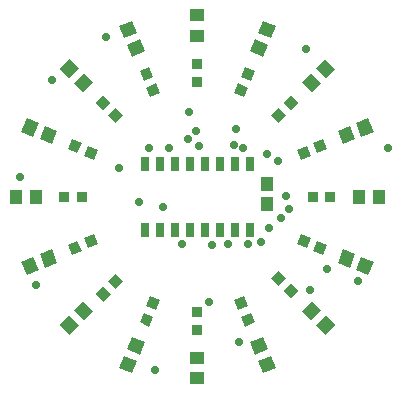
<source format=gts>
G75*
%MOIN*%
%OFA0B0*%
%FSLAX25Y25*%
%IPPOS*%
%LPD*%
%AMOC8*
5,1,8,0,0,1.08239X$1,22.5*
%
%ADD10R,0.03550X0.03550*%
%ADD11R,0.04731X0.04337*%
%ADD12R,0.03550X0.03550*%
%ADD13R,0.04337X0.04731*%
%ADD14R,0.02762X0.05124*%
%ADD15C,0.02800*%
D10*
X0072760Y0026894D03*
X0072760Y0032799D03*
X0111146Y0071185D03*
X0117051Y0071185D03*
X0072760Y0109571D03*
X0072760Y0115476D03*
X0034374Y0071185D03*
X0028469Y0071185D03*
D11*
X0072760Y0017445D03*
X0072760Y0010752D03*
X0072760Y0124925D03*
X0072760Y0131618D03*
D12*
G36*
X0090637Y0109783D02*
X0087358Y0111142D01*
X0088717Y0114421D01*
X0091996Y0113062D01*
X0090637Y0109783D01*
G37*
G36*
X0088377Y0104327D02*
X0085098Y0105686D01*
X0086457Y0108965D01*
X0089736Y0107606D01*
X0088377Y0104327D01*
G37*
G36*
X0099885Y0095800D02*
X0097375Y0098310D01*
X0099885Y0100820D01*
X0102395Y0098310D01*
X0099885Y0095800D01*
G37*
G36*
X0104060Y0099976D02*
X0101550Y0102486D01*
X0104060Y0104996D01*
X0106570Y0102486D01*
X0104060Y0099976D01*
G37*
G36*
X0112717Y0085783D02*
X0111358Y0089062D01*
X0114637Y0090421D01*
X0115996Y0087142D01*
X0112717Y0085783D01*
G37*
G36*
X0107261Y0083523D02*
X0105902Y0086802D01*
X0109181Y0088161D01*
X0110540Y0084882D01*
X0107261Y0083523D01*
G37*
G36*
X0105902Y0055528D02*
X0107261Y0058807D01*
X0110540Y0057448D01*
X0109181Y0054169D01*
X0105902Y0055528D01*
G37*
G36*
X0111358Y0053268D02*
X0112717Y0056547D01*
X0115996Y0055188D01*
X0114637Y0051909D01*
X0111358Y0053268D01*
G37*
G36*
X0097375Y0044021D02*
X0099885Y0046531D01*
X0102395Y0044021D01*
X0099885Y0041511D01*
X0097375Y0044021D01*
G37*
G36*
X0101550Y0039845D02*
X0104060Y0042355D01*
X0106570Y0039845D01*
X0104060Y0037335D01*
X0101550Y0039845D01*
G37*
G36*
X0087358Y0031224D02*
X0090637Y0032583D01*
X0091996Y0029304D01*
X0088717Y0027945D01*
X0087358Y0031224D01*
G37*
G36*
X0085098Y0036680D02*
X0088377Y0038039D01*
X0089736Y0034760D01*
X0086457Y0033401D01*
X0085098Y0036680D01*
G37*
G36*
X0057103Y0038039D02*
X0060382Y0036680D01*
X0059023Y0033401D01*
X0055744Y0034760D01*
X0057103Y0038039D01*
G37*
G36*
X0054843Y0032583D02*
X0058122Y0031224D01*
X0056763Y0027945D01*
X0053484Y0029304D01*
X0054843Y0032583D01*
G37*
G36*
X0045596Y0045468D02*
X0048106Y0042958D01*
X0045596Y0040448D01*
X0043086Y0042958D01*
X0045596Y0045468D01*
G37*
G36*
X0041420Y0041292D02*
X0043930Y0038782D01*
X0041420Y0036272D01*
X0038910Y0038782D01*
X0041420Y0041292D01*
G37*
G36*
X0032799Y0056547D02*
X0034158Y0053268D01*
X0030879Y0051909D01*
X0029520Y0055188D01*
X0032799Y0056547D01*
G37*
G36*
X0038255Y0058807D02*
X0039614Y0055528D01*
X0036335Y0054169D01*
X0034976Y0057448D01*
X0038255Y0058807D01*
G37*
G36*
X0039614Y0086802D02*
X0038255Y0083523D01*
X0034976Y0084882D01*
X0036335Y0088161D01*
X0039614Y0086802D01*
G37*
G36*
X0034158Y0089062D02*
X0032799Y0085783D01*
X0029520Y0087142D01*
X0030879Y0090421D01*
X0034158Y0089062D01*
G37*
G36*
X0048106Y0098310D02*
X0045596Y0095800D01*
X0043086Y0098310D01*
X0045596Y0100820D01*
X0048106Y0098310D01*
G37*
G36*
X0043930Y0102486D02*
X0041420Y0099976D01*
X0038910Y0102486D01*
X0041420Y0104996D01*
X0043930Y0102486D01*
G37*
G36*
X0058122Y0111142D02*
X0054843Y0109783D01*
X0053484Y0113062D01*
X0056763Y0114421D01*
X0058122Y0111142D01*
G37*
G36*
X0060382Y0105686D02*
X0057103Y0104327D01*
X0055744Y0107606D01*
X0059023Y0108965D01*
X0060382Y0105686D01*
G37*
D13*
G36*
X0033205Y0028286D02*
X0030139Y0025220D01*
X0026795Y0028564D01*
X0029861Y0031630D01*
X0033205Y0028286D01*
G37*
G36*
X0037937Y0033019D02*
X0034871Y0029953D01*
X0031527Y0033297D01*
X0034593Y0036363D01*
X0037937Y0033019D01*
G37*
G36*
X0055204Y0022618D02*
X0053545Y0018613D01*
X0049176Y0020424D01*
X0050835Y0024429D01*
X0055204Y0022618D01*
G37*
G36*
X0052643Y0016434D02*
X0050984Y0012429D01*
X0046615Y0014240D01*
X0048274Y0018245D01*
X0052643Y0016434D01*
G37*
G36*
X0026004Y0049260D02*
X0021999Y0047601D01*
X0020188Y0051970D01*
X0024193Y0053629D01*
X0026004Y0049260D01*
G37*
G36*
X0019820Y0046699D02*
X0015815Y0045040D01*
X0014004Y0049409D01*
X0018009Y0051068D01*
X0019820Y0046699D01*
G37*
X0019020Y0071185D03*
X0012327Y0071185D03*
G36*
X0024193Y0088701D02*
X0020188Y0090360D01*
X0021999Y0094729D01*
X0026004Y0093070D01*
X0024193Y0088701D01*
G37*
G36*
X0018009Y0091263D02*
X0014004Y0092922D01*
X0015815Y0097291D01*
X0019820Y0095632D01*
X0018009Y0091263D01*
G37*
G36*
X0034593Y0105968D02*
X0031527Y0109034D01*
X0034871Y0112378D01*
X0037937Y0109312D01*
X0034593Y0105968D01*
G37*
G36*
X0029861Y0110701D02*
X0026795Y0113767D01*
X0030139Y0117111D01*
X0033205Y0114045D01*
X0029861Y0110701D01*
G37*
G36*
X0048274Y0124085D02*
X0046615Y0128090D01*
X0050984Y0129901D01*
X0052643Y0125896D01*
X0048274Y0124085D01*
G37*
G36*
X0050835Y0117902D02*
X0049176Y0121907D01*
X0053545Y0123718D01*
X0055204Y0119713D01*
X0050835Y0117902D01*
G37*
G36*
X0090308Y0119713D02*
X0091967Y0123718D01*
X0096336Y0121907D01*
X0094677Y0117902D01*
X0090308Y0119713D01*
G37*
G36*
X0092869Y0125896D02*
X0094528Y0129901D01*
X0098897Y0128090D01*
X0097238Y0124085D01*
X0092869Y0125896D01*
G37*
G36*
X0107543Y0109312D02*
X0110609Y0112378D01*
X0113953Y0109034D01*
X0110887Y0105968D01*
X0107543Y0109312D01*
G37*
G36*
X0112275Y0114045D02*
X0115341Y0117111D01*
X0118685Y0113767D01*
X0115619Y0110701D01*
X0112275Y0114045D01*
G37*
G36*
X0125660Y0095632D02*
X0129665Y0097291D01*
X0131476Y0092922D01*
X0127471Y0091263D01*
X0125660Y0095632D01*
G37*
G36*
X0119477Y0093070D02*
X0123482Y0094729D01*
X0125293Y0090360D01*
X0121288Y0088701D01*
X0119477Y0093070D01*
G37*
X0126500Y0071185D03*
X0133193Y0071185D03*
G36*
X0121288Y0053629D02*
X0125293Y0051970D01*
X0123482Y0047601D01*
X0119477Y0049260D01*
X0121288Y0053629D01*
G37*
G36*
X0127471Y0051068D02*
X0131476Y0049409D01*
X0129665Y0045040D01*
X0125660Y0046699D01*
X0127471Y0051068D01*
G37*
G36*
X0110887Y0036363D02*
X0113953Y0033297D01*
X0110609Y0029953D01*
X0107543Y0033019D01*
X0110887Y0036363D01*
G37*
G36*
X0115619Y0031630D02*
X0118685Y0028564D01*
X0115341Y0025220D01*
X0112275Y0028286D01*
X0115619Y0031630D01*
G37*
G36*
X0097238Y0018245D02*
X0098897Y0014240D01*
X0094528Y0012429D01*
X0092869Y0016434D01*
X0097238Y0018245D01*
G37*
G36*
X0094677Y0024429D02*
X0096336Y0020424D01*
X0091967Y0018613D01*
X0090308Y0022618D01*
X0094677Y0024429D01*
G37*
X0095988Y0068626D03*
X0095988Y0075319D03*
D14*
X0090260Y0082209D03*
X0085260Y0082209D03*
X0080260Y0082209D03*
X0075260Y0082209D03*
X0070260Y0082209D03*
X0065260Y0082209D03*
X0060260Y0082209D03*
X0055260Y0082209D03*
X0055260Y0060161D03*
X0060260Y0060161D03*
X0065260Y0060161D03*
X0070260Y0060161D03*
X0075260Y0060161D03*
X0080260Y0060161D03*
X0085260Y0060161D03*
X0090260Y0060161D03*
D15*
X0089689Y0055437D03*
X0094020Y0056224D03*
X0096776Y0060949D03*
X0100713Y0064098D03*
X0103469Y0067248D03*
X0102287Y0071579D03*
X0099531Y0082996D03*
X0095988Y0085358D03*
X0088114Y0087327D03*
X0084965Y0088508D03*
X0085752Y0093626D03*
X0072366Y0093232D03*
X0069610Y0090476D03*
X0073154Y0088114D03*
X0063311Y0087327D03*
X0056618Y0087327D03*
X0046776Y0080634D03*
X0053469Y0069610D03*
X0061343Y0067642D03*
X0067642Y0055437D03*
X0077484Y0055043D03*
X0082996Y0055437D03*
X0076697Y0036146D03*
X0086539Y0022760D03*
X0110161Y0040083D03*
X0116067Y0047169D03*
X0126303Y0043232D03*
X0136146Y0087327D03*
X0108980Y0120398D03*
X0070004Y0099531D03*
X0042445Y0124335D03*
X0024335Y0110161D03*
X0013705Y0077878D03*
X0018823Y0041657D03*
X0058587Y0013311D03*
M02*

</source>
